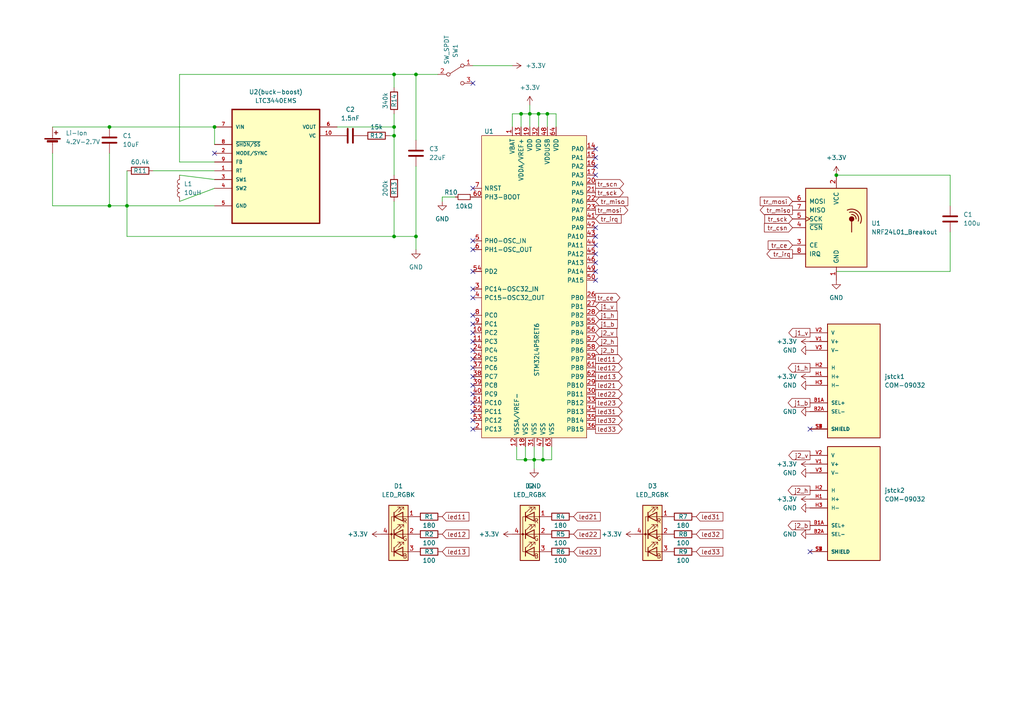
<source format=kicad_sch>
(kicad_sch (version 20211123) (generator eeschema)
  (paper "A4")
  (title_block (title "RC Helicopter Remote Control") (date "2022-12-28") (rev "${REVISION}") (company "Authors: A. Kotkov, I. Kajdan") (comment 1 "Reviewer: A. Bondyra"))
  (lib_symbols
    (symbol "COM-09032:COM-09032" (pin_names (offset 1.016))
      (property "Reference" "U" (at -7.62 16.002 0))
      (property "Value" "COM-09032" (at -7.62 -20.32 0))
      (symbol "COM-09032_0_0"
        (rectangle (start -7.62 -17.78) (end 7.62 15.24) (stroke (width 0.254)) (fill (type background)))
        (pin passive line (at -12.7 -7.62 0) (length 5.08) (name "SEL+") (number "B1A"))
        (pin passive line (at -12.7 -10.16 0) (length 5.08) (name "SEL-") (number "B2A"))
        (pin passive line (at -12.7 0 0) (length 5.08) (name "H+") (number "H1"))
        (pin passive line (at -12.7 2.54 0) (length 5.08) (name "H") (number "H2"))
        (pin passive line (at -12.7 -2.54 0) (length 5.08) (name "H-") (number "H3"))
        (pin passive line (at -12.7 -15.24 0) (length 5.08) (name "SHIELD") (number "S1"))
        (pin passive line (at -12.7 -15.24 0) (length 5.08) (name "SHIELD") (number "S2"))
        (pin passive line (at -12.7 -15.24 0) (length 5.08) (name "SHIELD") (number "S3"))
        (pin passive line (at -12.7 -15.24 0) (length 5.08) (name "SHIELD") (number "S4"))
        (pin passive line (at -12.7 10.16 0) (length 5.08) (name "V+") (number "V1"))
        (pin passive line (at -12.7 12.7 0) (length 5.08) (name "V") (number "V2"))
        (pin passive line (at -12.7 7.62 0) (length 5.08) (name "V-") (number "V3"))
      )
    )
    (symbol "Device:Battery_Cell" (pin_numbers hide) (pin_names (offset 0) hide)
      (property "Reference" "BT" (at 2.54 2.54 0))
      (property "Value" "Battery_Cell" (at 2.54 0 0))
      (symbol "Battery_Cell_0_1"
        (rectangle (start -2.286 1.778) (end 2.286 1.524) (fill (type outline)))
        (rectangle (start -1.5748 1.1938) (end 1.4732 0.6858) (fill (type outline)))
        (polyline (pts (xy 0 0.762) (xy 0 0)))
        (polyline (pts (xy 0 1.778) (xy 0 2.54)))
        (polyline (pts (xy 0.508 3.429) (xy 1.524 3.429)) (stroke (width 0.254)))
        (polyline (pts (xy 1.016 3.937) (xy 1.016 2.921)) (stroke (width 0.254)))
      )
      (symbol "Battery_Cell_1_1"
        (pin passive line (at 0 5.08 270) (length 2.54) (name "+") (number "1"))
        (pin passive line (at 0 -2.54 90) (length 2.54) (name "-") (number "2"))
      )
    )
    (symbol "Device:C" (pin_numbers hide) (pin_names (offset 0.254))
      (property "Reference" "C" (at 0.635 2.54 0))
      (property "Value" "C" (at 0.635 -2.54 0))
      (symbol "C_0_1"
        (polyline (pts (xy -2.032 -0.762) (xy 2.032 -0.762)) (stroke (width 0.508)))
        (polyline (pts (xy -2.032 0.762) (xy 2.032 0.762)) (stroke (width 0.508)))
      )
      (symbol "C_1_1"
        (pin passive line (at 0 3.81 270) (length 2.794) (name "~") (number "1"))
        (pin passive line (at 0 -3.81 90) (length 2.794) (name "~") (number "2"))
      )
    )
    (symbol "Device:L" (pin_numbers hide) (pin_names (offset 1.016) hide)
      (property "Reference" "L" (at -1.27 0 90))
      (property "Value" "L" (at 1.905 0 90))
      (symbol "L_0_1"
        (arc (start 0 -2.54) (mid 0.635 -1.905) (end 0 -1.27))
        (arc (start 0 -1.27) (mid 0.635 -0.635) (end 0 0))
        (arc (start 0 0) (mid 0.635 0.635) (end 0 1.27))
        (arc (start 0 1.27) (mid 0.635 1.905) (end 0 2.54))
      )
      (symbol "L_1_1"
        (pin passive line (at 0 3.81 270) (length 1.27) (name "1") (number "1"))
        (pin passive line (at 0 -3.81 90) (length 1.27) (name "2") (number "2"))
      )
    )
    (symbol "Device:LED_RGBK" (pin_names (offset 0) hide)
      (property "Reference" "D" (at 0 9.398 0))
      (property "Value" "LED_RGBK" (at 0 -8.89 0))
      (symbol "LED_RGBK_0_0"
        (text "B" (at 1.905 -6.35 0) (effects (font (size 1.27 1.27))))
        (text "G" (at 1.905 -1.27 0) (effects (font (size 1.27 1.27))))
        (text "R" (at 1.905 3.81 0) (effects (font (size 1.27 1.27))))
      )
      (symbol "LED_RGBK_0_1"
        (circle (center -2.032 0) (radius 0.254) (fill (type outline)))
        (polyline (pts (xy -1.27 -5.08) (xy 1.27 -5.08)))
        (polyline (pts (xy -1.27 -3.81) (xy -1.27 -6.35)) (stroke (width 0.254)))
        (polyline (pts (xy -1.27 0) (xy -2.54 0)))
        (polyline (pts (xy -1.27 1.27) (xy -1.27 -1.27)) (stroke (width 0.254)))
        (polyline (pts (xy -1.27 5.08) (xy 1.27 5.08)))
        (polyline (pts (xy -1.27 6.35) (xy -1.27 3.81)) (stroke (width 0.254)))
        (polyline (pts (xy 1.27 -5.08) (xy 2.54 -5.08)))
        (polyline (pts (xy 1.27 0) (xy -1.27 0)))
        (polyline (pts (xy 1.27 0) (xy 2.54 0)))
        (polyline (pts (xy 1.27 5.08) (xy 2.54 5.08)))
        (polyline (pts (xy -1.27 1.27) (xy -1.27 -1.27) (xy -1.27 -1.27)))
        (polyline (pts (xy -1.27 6.35) (xy -1.27 3.81) (xy -1.27 3.81)))
        (polyline (pts (xy -1.27 5.08) (xy -2.032 5.08) (xy -2.032 -5.08) (xy -1.016 -5.08)))
        (polyline (pts (xy 1.27 -3.81) (xy 1.27 -6.35) (xy -1.27 -5.08) (xy 1.27 -3.81)) (stroke (width 0.254)))
        (polyline (pts (xy 1.27 1.27) (xy 1.27 -1.27) (xy -1.27 0) (xy 1.27 1.27)) (stroke (width 0.254)))
        (polyline (pts (xy 1.27 6.35) (xy 1.27 3.81) (xy -1.27 5.08) (xy 1.27 6.35)) (stroke (width 0.254)))
        (polyline (pts (xy -1.016 -3.81) (xy 0.508 -2.286) (xy -0.254 -2.286) (xy 0.508 -2.286) (xy 0.508 -3.048)))
        (polyline (pts (xy -1.016 1.27) (xy 0.508 2.794) (xy -0.254 2.794) (xy 0.508 2.794) (xy 0.508 2.032)))
        (polyline (pts (xy -1.016 6.35) (xy 0.508 7.874) (xy -0.254 7.874) (xy 0.508 7.874) (xy 0.508 7.112)))
        (polyline (pts (xy 0 -3.81) (xy 1.524 -2.286) (xy 0.762 -2.286) (xy 1.524 -2.286) (xy 1.524 -3.048)))
        (polyline (pts (xy 0 1.27) (xy 1.524 2.794) (xy 0.762 2.794) (xy 1.524 2.794) (xy 1.524 2.032)))
        (polyline (pts (xy 0 6.35) (xy 1.524 7.874) (xy 0.762 7.874) (xy 1.524 7.874) (xy 1.524 7.112)))
        (rectangle (start 1.27 -1.27) (end 1.27 1.27))
        (rectangle (start 1.27 1.27) (end 1.27 1.27))
        (rectangle (start 1.27 3.81) (end 1.27 6.35))
        (rectangle (start 1.27 6.35) (end 1.27 6.35))
        (rectangle (start 2.794 8.382) (end -2.794 -7.62) (stroke (width 0.254)) (fill (type background)))
      )
      (symbol "LED_RGBK_1_1"
        (pin passive line (at 5.08 5.08 180) (length 2.54) (name "RA") (number "1"))
        (pin passive line (at 5.08 0 180) (length 2.54) (name "GA") (number "2"))
        (pin passive line (at 5.08 -5.08 180) (length 2.54) (name "BA") (number "3"))
        (pin passive line (at -5.08 0 0) (length 2.54) (name "K") (number "4"))
      )
    )
    (symbol "Device:R" (pin_numbers hide) (pin_names (offset 0))
      (property "Reference" "R" (at 2.032 0 90))
      (property "Value" "R" (at 0 0 90))
      (symbol "R_0_1"
        (rectangle (start -1.016 -2.54) (end 1.016 2.54) (stroke (width 0.254)))
      )
      (symbol "R_1_1"
        (pin passive line (at 0 3.81 270) (length 1.27) (name "~") (number "1"))
        (pin passive line (at 0 -3.81 90) (length 1.27) (name "~") (number "2"))
      )
    )
    (symbol "Device:R_Small" (pin_numbers hide) (pin_names (offset 0.254) hide)
      (property "Reference" "R" (at 0.762 0.508 0))
      (property "Value" "R_Small" (at 0.762 -1.016 0))
      (symbol "R_Small_0_1"
        (rectangle (start -0.762 1.778) (end 0.762 -1.778) (stroke (width 0.2032)))
      )
      (symbol "R_Small_1_1"
        (pin passive line (at 0 2.54 270) (length 0.762) (name "~") (number "1"))
        (pin passive line (at 0 -2.54 90) (length 0.762) (name "~") (number "2"))
      )
    )
    (symbol "LTC3440EMS:LTC3440EMS" (pin_names (offset 1.016))
      (property "Reference" "U" (at -4.7244 14.351 0))
      (property "Value" "LTC3440EMS" (at -4.8006 -23.4188 0))
      (symbol "LTC3440EMS_0_0"
        (rectangle (start -12.7 -20.32) (end 12.7 12.7) (stroke (width 0.4064)) (fill (type background)))
        (pin passive line (at -17.78 -5.08 0) (length 5.08) (name "RT") (number "1"))
        (pin output line (at 17.78 5.08 180) (length 5.08) (name "VC") (number "10"))
        (pin input line (at -17.78 0 0) (length 5.08) (name "MODE/SYNC") (number "2"))
        (pin passive line (at -17.78 -7.62 0) (length 5.08) (name "SW1") (number "3"))
        (pin passive line (at -17.78 -10.16 0) (length 5.08) (name "SW2") (number "4"))
        (pin passive line (at -17.78 -15.24 0) (length 5.08) (name "GND") (number "5"))
        (pin output line (at 17.78 7.62 180) (length 5.08) (name "VOUT") (number "6"))
        (pin power_in line (at -17.78 7.62 0) (length 5.08) (name "VIN") (number "7"))
        (pin input line (at -17.78 2.54 0) (length 5.08) (name "~{SHDN/SS}") (number "8"))
        (pin input line (at -17.78 -2.54 0) (length 5.08) (name "FB") (number "9"))
      )
    )
    (symbol "Local_Library:STM32L4P5RET6" (pin_names (offset 0.762))
      (property "Reference" "U" (at -13.97 43.18 0))
      (property "Value" "STM32L4P5RET6" (at 0 -20.32 90))
      (symbol "STM32L4P5RET6_0_0"
        (pin power_in line (at -6.35 44.45 270) (length 2.54) (name "VBAT") (number "1"))
        (pin bidirectional line (at -17.78 -15.24 0) (length 2.54) (name "PC2") (number "10"))
        (pin bidirectional line (at -17.78 -17.78 0) (length 2.54) (name "PC3") (number "11"))
        (pin power_in line (at -5.08 -48.26 90) (length 2.54) (name "VSSA/VREF-") (number "12"))
        (pin power_in line (at -3.81 44.45 270) (length 2.54) (name "VDDA/VREF+") (number "13"))
        (pin bidirectional line (at 17.78 38.1 180) (length 2.54) (name "PA0") (number "14"))
        (pin bidirectional line (at 17.78 35.56 180) (length 2.54) (name "PA1") (number "15"))
        (pin bidirectional line (at 17.78 33.02 180) (length 2.54) (name "PA2") (number "16"))
        (pin bidirectional line (at 17.78 30.48 180) (length 2.54) (name "PA3") (number "17"))
        (pin power_in line (at -2.54 -48.26 90) (length 2.54) (name "VSS") (number "18"))
        (pin power_in line (at -1.27 44.45 270) (length 2.54) (name "VDD") (number "19"))
        (pin bidirectional line (at -17.78 -43.18 0) (length 2.54) (name "PC13") (number "2"))
        (pin bidirectional line (at 17.78 27.94 180) (length 2.54) (name "PA4") (number "20"))
        (pin bidirectional line (at 17.78 25.4 180) (length 2.54) (name "PA5") (number "21"))
        (pin bidirectional line (at 17.78 22.86 180) (length 2.54) (name "PA6") (number "22"))
        (pin bidirectional line (at 17.78 20.32 180) (length 2.54) (name "PA7") (number "23"))
        (pin bidirectional line (at -17.78 -20.32 0) (length 2.54) (name "PC4") (number "24"))
        (pin bidirectional line (at -17.78 -22.86 0) (length 2.54) (name "PC5") (number "25"))
        (pin bidirectional line (at 17.78 -5.08 180) (length 2.54) (name "PB0") (number "26"))
        (pin bidirectional line (at 17.78 -7.62 180) (length 2.54) (name "PB1") (number "27"))
        (pin bidirectional line (at 17.78 -10.16 180) (length 2.54) (name "PB2") (number "28"))
        (pin bidirectional line (at 17.78 -30.48 180) (length 2.54) (name "PB10") (number "29"))
        (pin bidirectional line (at -17.78 -2.54 0) (length 2.54) (name "PC14-OSC32_IN") (number "3"))
        (pin bidirectional line (at 17.78 -33.02 180) (length 2.54) (name "PB11") (number "30"))
        (pin power_in line (at 0 -48.26 90) (length 2.54) (name "VSS") (number "31"))
        (pin power_in line (at 1.27 44.45 270) (length 2.54) (name "VDD") (number "32"))
        (pin bidirectional line (at 17.78 -35.56 180) (length 2.54) (name "PB12") (number "33"))
        (pin bidirectional line (at 17.78 -38.1 180) (length 2.54) (name "PB13") (number "34"))
        (pin bidirectional line (at 17.78 -40.64 180) (length 2.54) (name "PB14") (number "35"))
        (pin bidirectional line (at 17.78 -43.18 180) (length 2.54) (name "PB15") (number "36"))
        (pin bidirectional line (at -17.78 -25.4 0) (length 2.54) (name "PC6") (number "37"))
        (pin bidirectional line (at -17.78 -27.94 0) (length 2.54) (name "PC7") (number "38"))
        (pin bidirectional line (at -17.78 -30.48 0) (length 2.54) (name "PC8") (number "39"))
        (pin bidirectional line (at -17.78 -5.08 0) (length 2.54) (name "PC15-OSC32_OUT") (number "4"))
        (pin bidirectional line (at -17.78 -33.02 0) (length 2.54) (name "PC9") (number "40"))
        (pin bidirectional line (at 17.78 17.78 180) (length 2.54) (name "PA8") (number "41"))
        (pin bidirectional line (at 17.78 15.24 180) (length 2.54) (name "PA9") (number "42"))
        (pin bidirectional line (at 17.78 12.7 180) (length 2.54) (name "PA10") (number "43"))
        (pin bidirectional line (at 17.78 10.16 180) (length 2.54) (name "PA11") (number "44"))
        (pin bidirectional line (at 17.78 7.62 180) (length 2.54) (name "PA12") (number "45"))
        (pin bidirectional line (at 17.78 5.08 180) (length 2.54) (name "PA13") (number "46"))
        (pin power_in line (at 2.54 -48.26 90) (length 2.54) (name "VSS") (number "47"))
        (pin power_in line (at 3.81 44.45 270) (length 2.54) (name "VDDUSB") (number "48"))
        (pin bidirectional line (at 17.78 2.54 180) (length 2.54) (name "PA14") (number "49"))
        (pin input line (at -17.78 11.43 0) (length 2.54) (name "PH0-OSC_IN") (number "5"))
        (pin bidirectional line (at 17.78 0 180) (length 2.54) (name "PA15") (number "50"))
        (pin bidirectional line (at -17.78 -35.56 0) (length 2.54) (name "PC10") (number "51"))
        (pin bidirectional line (at -17.78 -38.1 0) (length 2.54) (name "PC11") (number "52"))
        (pin bidirectional line (at -17.78 -40.64 0) (length 2.54) (name "PC12") (number "53"))
        (pin bidirectional line (at -17.78 2.54 0) (length 2.54) (name "PD2") (number "54"))
        (pin bidirectional line (at 17.78 -12.7 180) (length 2.54) (name "PB3") (number "55"))
        (pin bidirectional line (at 17.78 -15.24 180) (length 2.54) (name "PB4") (number "56"))
        (pin bidirectional line (at 17.78 -17.78 180) (length 2.54) (name "PB5") (number "57"))
        (pin bidirectional line (at 17.78 -20.32 180) (length 2.54) (name "PB6") (number "58"))
        (pin bidirectional line (at 17.78 -22.86 180) (length 2.54) (name "PB7") (number "59"))
        (pin input line (at -17.78 8.89 0) (length 2.54) (name "PH1-OSC_OUT") (number "6"))
        (pin input line (at -17.78 24.13 0) (length 2.54) (name "PH3-BOOT") (number "60"))
        (pin bidirectional line (at 17.78 -25.4 180) (length 2.54) (name "PB8") (number "61"))
        (pin bidirectional line (at 17.78 -27.94 180) (length 2.54) (name "PB9") (number "62"))
        (pin power_in line (at 5.08 -48.26 90) (length 2.54) (name "VSS") (number "63"))
        (pin power_in line (at 6.35 44.45 270) (length 2.54) (name "VDD") (number "64"))
        (pin input line (at -17.78 26.67 0) (length 2.54) (name "NRST") (number "7"))
        (pin bidirectional line (at -17.78 -10.16 0) (length 2.54) (name "PC0") (number "8"))
        (pin bidirectional line (at -17.78 -12.7 0) (length 2.54) (name "PC1") (number "9"))
      )
      (symbol "STM32L4P5RET6_0_1"
        (rectangle (start 15.24 41.91) (end -15.24 -45.72) (fill (type background)))
      )
    )
    (symbol "RF:NRF24L01_Breakout" (pin_names (offset 1.016))
      (property "Reference" "U" (at -8.89 12.7 0))
      (property "Value" "NRF24L01_Breakout" (at 3.81 12.7 0))
      (symbol "NRF24L01_Breakout_0_1"
        (rectangle (start -8.89 11.43) (end 8.89 -11.43) (stroke (width 0.254)) (fill (type background)))
        (polyline (pts (xy 4.445 1.905) (xy 4.445 -1.27)) (stroke (width 0.254)))
        (circle (center 4.445 2.54) (radius 0.635) (stroke (width 0.254)) (fill (type outline)))
        (arc (start 5.715 2.54) (mid 5.3521 3.4546) (end 4.445 3.81) (stroke (width 0.254)))
        (arc (start 6.35 1.905) (mid 5.8763 3.9854) (end 3.81 4.445) (stroke (width 0.254)))
        (arc (start 6.985 1.27) (mid 6.453 4.548) (end 3.175 5.08) (stroke (width 0.254)))
      )
      (symbol "NRF24L01_Breakout_1_1"
        (pin power_in line (at 0 -15.24 90) (length 3.81) (name "GND") (number "1"))
        (pin power_in line (at 0 15.24 270) (length 3.81) (name "VCC") (number "2"))
        (pin input line (at -12.7 -5.08 0) (length 3.81) (name "CE") (number "3"))
        (pin input line (at -12.7 0 0) (length 3.81) (name "~{CSN}") (number "4"))
        (pin input clock (at -12.7 2.54 0) (length 3.81) (name "SCK") (number "5"))
        (pin input line (at -12.7 7.62 0) (length 3.81) (name "MOSI") (number "6"))
        (pin output line (at -12.7 5.08 0) (length 3.81) (name "MISO") (number "7"))
        (pin output line (at -12.7 -7.62 0) (length 3.81) (name "IRQ") (number "8"))
      )
    )
    (symbol "Switch:SW_SPDT" (pin_names (offset 0) hide)
      (property "Reference" "SW" (at 0 4.318 0))
      (property "Value" "SW_SPDT" (at 0 -5.08 0))
      (symbol "SW_SPDT_0_0"
        (circle (center -2.032 0) (radius 0.508))
        (circle (center 2.032 -2.54) (radius 0.508))
      )
      (symbol "SW_SPDT_0_1"
        (polyline (pts (xy -1.524 0.254) (xy 1.651 2.286)))
        (circle (center 2.032 2.54) (radius 0.508))
      )
      (symbol "SW_SPDT_1_1"
        (pin passive line (at 5.08 2.54 180) (length 2.54) (name "A") (number "1"))
        (pin passive line (at -5.08 0 0) (length 2.54) (name "B") (number "2"))
        (pin passive line (at 5.08 -2.54 180) (length 2.54) (name "C") (number "3"))
      )
    )
    (symbol "power:+3.3V" (power) (pin_names (offset 0))
      (property "Value" "+3.3V" (at 0 3.556 0))
      (symbol "+3.3V_0_1"
        (polyline (pts (xy -0.762 1.27) (xy 0 2.54)))
        (polyline (pts (xy 0 0) (xy 0 2.54)))
        (polyline (pts (xy 0 2.54) (xy 0.762 1.27)))
      )
      (symbol "+3.3V_1_1"
        (pin power_in line (at 0 0 90) (length 0) hide (name "+3.3V") (number "1"))
      )
    )
    (symbol "power:GND" (power) (pin_names (offset 0))
      (property "Value" "GND" (at 0 -3.81 0))
      (symbol "GND_0_1"
        (polyline (pts (xy 0 0) (xy 0 -1.27) (xy 1.27 -1.27) (xy 0 -2.54) (xy -1.27 -1.27) (xy 0 -1.27)))
      )
      (symbol "GND_1_1"
        (pin power_in line (at 0 0 270) (length 0) hide (name "GND") (number "1"))
      )
    )
  )
  (junction (at 120.65 68.58))
  (junction (at 156.21 33.02))
  (junction (at 31.75 59.69))
  (junction (at 120.65 21.59))
  (junction (at 31.75 36.83))
  (junction (at 36.83 59.69))
  (junction (at 242.57 50.8))
  (junction (at 158.75 33.02))
  (junction (at 114.3 39.37))
  (junction (at 152.4 133.35))
  (junction (at 154.94 133.35))
  (junction (at 153.67 33.02))
  (junction (at 151.13 33.02))
  (junction (at 157.48 133.35))
  (junction (at 114.3 21.59))
  (junction (at 114.3 36.83))
  (junction (at 114.3 68.58))
  (junction (at 62.23 36.83))
  (no_connect (at 234.95 160.02))
  (no_connect (at 172.72 66.04))
  (no_connect (at 172.72 68.58))
  (no_connect (at 172.72 71.12))
  (no_connect (at 172.72 73.66))
  (no_connect (at 172.72 76.2))
  (no_connect (at 172.72 78.74))
  (no_connect (at 172.72 81.28))
  (no_connect (at 172.72 50.8))
  (no_connect (at 172.72 48.26))
  (no_connect (at 172.72 45.72))
  (no_connect (at 172.72 43.18))
  (no_connect (at 137.16 86.36))
  (no_connect (at 137.16 91.44))
  (no_connect (at 137.16 93.98))
  (no_connect (at 137.16 96.52))
  (no_connect (at 137.16 99.06))
  (no_connect (at 137.16 101.6))
  (no_connect (at 137.16 104.14))
  (no_connect (at 137.16 106.68))
  (no_connect (at 137.16 109.22))
  (no_connect (at 137.16 111.76))
  (no_connect (at 137.16 114.3))
  (no_connect (at 137.16 116.84))
  (no_connect (at 137.16 119.38))
  (no_connect (at 137.16 121.92))
  (no_connect (at 137.16 124.46))
  (no_connect (at 137.16 78.74))
  (no_connect (at 137.16 83.82))
  (no_connect (at 137.16 24.13))
  (no_connect (at 137.16 54.61))
  (no_connect (at 137.16 69.85))
  (no_connect (at 137.16 72.39))
  (no_connect (at 62.23 44.45))
  (no_connect (at 234.95 124.46))
  (wire (pts (xy 160.02 133.35) (xy 160.02 129.54)))
  (wire (pts (xy 137.16 19.05) (xy 148.59 19.05)))
  (wire (pts (xy 36.83 68.58) (xy 36.83 59.69)))
  (wire (pts (xy 62.23 41.91) (xy 62.23 36.83)))
  (wire (pts (xy 120.65 48.26) (xy 120.65 68.58)))
  (wire (pts (xy 161.29 33.02) (xy 158.75 33.02)))
  (wire (pts (xy 149.86 129.54) (xy 149.86 133.35)))
  (wire (pts (xy 44.45 49.53) (xy 62.23 49.53)))
  (wire (pts (xy 151.13 33.02) (xy 151.13 36.83)))
  (wire (pts (xy 275.59 50.8) (xy 275.59 59.69)))
  (wire (pts (xy 157.48 133.35) (xy 154.94 133.35)))
  (wire (pts (xy 113.03 39.37) (xy 114.3 39.37)))
  (wire (pts (xy 156.21 33.02) (xy 153.67 33.02)))
  (wire (pts (xy 154.94 135.89) (xy 154.94 133.35)))
  (wire (pts (xy 152.4 133.35) (xy 154.94 133.35)))
  (wire (pts (xy 158.75 36.83) (xy 158.75 33.02)))
  (wire (pts (xy 114.3 21.59) (xy 120.65 21.59)))
  (wire (pts (xy 242.57 50.8) (xy 275.59 50.8)))
  (wire (pts (xy 275.59 67.31) (xy 275.59 78.74)))
  (wire (pts (xy 128.27 58.42) (xy 128.27 57.15)))
  (wire (pts (xy 62.23 46.99) (xy 52.07 46.99)))
  (wire (pts (xy 158.75 33.02) (xy 156.21 33.02)))
  (wire (pts (xy 120.65 21.59) (xy 120.65 40.64)))
  (wire (pts (xy 36.83 49.53) (xy 36.83 59.69)))
  (wire (pts (xy 153.67 33.02) (xy 151.13 33.02)))
  (wire (pts (xy 114.3 39.37) (xy 114.3 50.8)))
  (wire (pts (xy 31.75 36.83) (xy 62.23 36.83)))
  (wire (pts (xy 153.67 36.83) (xy 153.67 33.02)))
  (wire (pts (xy 120.65 68.58) (xy 120.65 72.39)))
  (wire (pts (xy 31.75 59.69) (xy 36.83 59.69)))
  (wire (pts (xy 114.3 39.37) (xy 114.3 36.83)))
  (wire (pts (xy 148.59 33.02) (xy 151.13 33.02)))
  (wire (pts (xy 128.27 57.15) (xy 132.08 57.15)))
  (wire (pts (xy 120.65 68.58) (xy 114.3 68.58)))
  (wire (pts (xy 156.21 36.83) (xy 156.21 33.02)))
  (wire (pts (xy 62.23 59.69) (xy 36.83 59.69)))
  (wire (pts (xy 52.07 21.59) (xy 114.3 21.59)))
  (wire (pts (xy 15.24 44.45) (xy 15.24 59.69)))
  (wire (pts (xy 31.75 44.45) (xy 31.75 59.69)))
  (wire (pts (xy 15.24 59.69) (xy 31.75 59.69)))
  (wire (pts (xy 97.79 36.83) (xy 114.3 36.83)))
  (wire (pts (xy 114.3 36.83) (xy 114.3 33.02)))
  (wire (pts (xy 153.67 30.48) (xy 153.67 33.02)))
  (wire (pts (xy 114.3 58.42) (xy 114.3 68.58)))
  (wire (pts (xy 157.48 133.35) (xy 160.02 133.35)))
  (wire (pts (xy 157.48 133.35) (xy 157.48 129.54)))
  (wire (pts (xy 154.94 133.35) (xy 154.94 129.54)))
  (wire (pts (xy 52.07 46.99) (xy 52.07 21.59)))
  (wire (pts (xy 242.57 78.74) (xy 275.59 78.74)))
  (wire (pts (xy 127 21.59) (xy 120.65 21.59)))
  (wire (pts (xy 161.29 36.83) (xy 161.29 33.02)))
  (wire (pts (xy 114.3 21.59) (xy 114.3 25.4)))
  (wire (pts (xy 62.23 52.07) (xy 52.07 50.8)))
  (wire (pts (xy 62.23 54.61) (xy 52.07 58.42)))
  (wire (pts (xy 148.59 36.83) (xy 148.59 33.02)))
  (wire (pts (xy 149.86 133.35) (xy 152.4 133.35)))
  (wire (pts (xy 114.3 68.58) (xy 36.83 68.58)))
  (wire (pts (xy 152.4 133.35) (xy 152.4 129.54)))
  (wire (pts (xy 15.24 36.83) (xy 31.75 36.83)))
  (global_label "led32" (shape input) (at 201.93 154.94 0) (property "Intersheet References" "${INTERSHEET_REFS}" (effects hide)))
  (global_label "led31" (shape output) (at 172.72 119.38 0) (property "Intersheet References" "${INTERSHEET_REFS}" (effects hide)))
  (global_label "led11" (shape input) (at 128.27 149.86 0) (property "Intersheet References" "${INTERSHEET_REFS}" (effects hide)))
  (global_label "led23" (shape output) (at 172.72 116.84 0) (property "Intersheet References" "${INTERSHEET_REFS}" (effects hide)))
  (global_label "led11" (shape output) (at 172.72 104.14 0) (property "Intersheet References" "${INTERSHEET_REFS}" (effects hide)))
  (global_label "led23" (shape input) (at 166.37 160.02 0) (property "Intersheet References" "${INTERSHEET_REFS}" (effects hide)))
  (global_label "tr_sck" (shape input) (at 229.87 63.5 180) (property "Intersheet References" "${INTERSHEET_REFS}" (effects hide)))
  (global_label "j2_b" (shape input) (at 172.72 101.6 0) (property "Intersheet References" "${INTERSHEET_REFS}" (effects hide)))
  (global_label "led33" (shape input) (at 201.93 160.02 0) (property "Intersheet References" "${INTERSHEET_REFS}" (effects hide)))
  (global_label "tr_sck" (shape output) (at 172.72 55.88 0) (property "Intersheet References" "${INTERSHEET_REFS}" (effects hide)))
  (global_label "tr_csn" (shape input) (at 229.87 66.04 180) (property "Intersheet References" "${INTERSHEET_REFS}" (effects hide)))
  (global_label "j1_b" (shape output) (at 234.95 116.84 180) (property "Intersheet References" "${INTERSHEET_REFS}" (effects hide)))
  (global_label "tr_irq" (shape input) (at 172.72 63.5 0) (property "Intersheet References" "${INTERSHEET_REFS}" (effects hide)))
  (global_label "led31" (shape input) (at 201.93 149.86 0) (property "Intersheet References" "${INTERSHEET_REFS}" (effects hide)))
  (global_label "j2_b" (shape output) (at 234.95 152.4 180) (property "Intersheet References" "${INTERSHEET_REFS}" (effects hide)))
  (global_label "led21" (shape input) (at 166.37 149.86 0) (property "Intersheet References" "${INTERSHEET_REFS}" (effects hide)))
  (global_label "tr_ce" (shape output) (at 172.72 86.36 0) (property "Intersheet References" "${INTERSHEET_REFS}" (effects hide)))
  (global_label "j1_v" (shape input) (at 172.72 88.9 0) (property "Intersheet References" "${INTERSHEET_REFS}" (effects hide)))
  (global_label "tr_scn" (shape output) (at 172.72 53.34 0) (property "Intersheet References" "${INTERSHEET_REFS}" (effects hide)))
  (global_label "j1_v" (shape output) (at 234.95 96.52 180) (property "Intersheet References" "${INTERSHEET_REFS}" (effects hide)))
  (global_label "led13" (shape input) (at 128.27 160.02 0) (property "Intersheet References" "${INTERSHEET_REFS}" (effects hide)))
  (global_label "j2_h" (shape output) (at 234.95 142.24 180) (property "Intersheet References" "${INTERSHEET_REFS}" (effects hide)))
  (global_label "tr_miso" (shape output) (at 229.87 60.96 180) (property "Intersheet References" "${INTERSHEET_REFS}" (effects hide)))
  (global_label "tr_miso" (shape input) (at 172.72 58.42 0) (property "Intersheet References" "${INTERSHEET_REFS}" (effects hide)))
  (global_label "led22" (shape output) (at 172.72 114.3 0) (property "Intersheet References" "${INTERSHEET_REFS}" (effects hide)))
  (global_label "led12" (shape input) (at 128.27 154.94 0) (property "Intersheet References" "${INTERSHEET_REFS}" (effects hide)))
  (global_label "led32" (shape output) (at 172.72 121.92 0) (property "Intersheet References" "${INTERSHEET_REFS}" (effects hide)))
  (global_label "j2_v" (shape output) (at 234.95 132.08 180) (property "Intersheet References" "${INTERSHEET_REFS}" (effects hide)))
  (global_label "j1_h" (shape output) (at 234.95 106.68 180) (property "Intersheet References" "${INTERSHEET_REFS}" (effects hide)))
  (global_label "tr_mosi" (shape output) (at 172.72 60.96 0) (property "Intersheet References" "${INTERSHEET_REFS}" (effects hide)))
  (global_label "led21" (shape output) (at 172.72 111.76 0) (property "Intersheet References" "${INTERSHEET_REFS}" (effects hide)))
  (global_label "tr_irq" (shape output) (at 229.87 73.66 180) (property "Intersheet References" "${INTERSHEET_REFS}" (effects hide)))
  (global_label "j1_h" (shape input) (at 172.72 91.44 0) (property "Intersheet References" "${INTERSHEET_REFS}" (effects hide)))
  (global_label "led22" (shape input) (at 166.37 154.94 0) (property "Intersheet References" "${INTERSHEET_REFS}" (effects hide)))
  (global_label "led12" (shape output) (at 172.72 106.68 0) (property "Intersheet References" "${INTERSHEET_REFS}" (effects hide)))
  (global_label "led13" (shape output) (at 172.72 109.22 0) (property "Intersheet References" "${INTERSHEET_REFS}" (effects hide)))
  (global_label "j2_v" (shape input) (at 172.72 96.52 0) (property "Intersheet References" "${INTERSHEET_REFS}" (effects hide)))
  (global_label "j1_b" (shape input) (at 172.72 93.98 0) (property "Intersheet References" "${INTERSHEET_REFS}" (effects hide)))
  (global_label "led33" (shape output) (at 172.72 124.46 0) (property "Intersheet References" "${INTERSHEET_REFS}" (effects hide)))
  (global_label "j2_h" (shape input) (at 172.72 99.06 0) (property "Intersheet References" "${INTERSHEET_REFS}" (effects hide)))
  (global_label "tr_mosi" (shape input) (at 229.87 58.42 180) (property "Intersheet References" "${INTERSHEET_REFS}" (effects hide)))
  (global_label "tr_ce" (shape input) (at 229.87 71.12 180) (property "Intersheet References" "${INTERSHEET_REFS}" (effects hide)))
  (symbol (lib_id "power:GND") (at 234.95 137.16 270) (unit 1)
    (property "Reference" "#PWR0101" (effects hide))
    (property "Value" "GND" (at 231.14 137.1599 90) (effects (justify right)))
  )
  (symbol (lib_id "power:+3.3V") (at 148.59 154.94 90) (unit 1)
    (property "Reference" "#PWR0117" (effects hide))
    (property "Value" "+3.3V" (at 144.78 154.9399 90) (effects (justify left)))
  )
  (symbol (lib_id "RF:NRF24L01_Breakout") (at 242.57 66.04 0) (unit 1)
    (property "Reference" "U1" (at 252.73 64.7699 0) (effects (justify left)))
    (property "Value" "NRF24L01_Breakout" (at 252.73 67.3099 0) (effects (justify left)))
    (property "Footprint" "RF_Module:nRF24L01_Breakout" (effects hide))
    (property "Datasheet" "http://www.nordicsemi.com/eng/content/download/2730/34105/file/nRF24L01_Product_Specification_v2_0.pdf" (effects hide))
  )
  (symbol (lib_id "power:+3.3V") (at 242.57 50.8 0) (unit 1)
    (property "Reference" "#PWR0106" (effects hide))
    (property "Value" "+3.3V" (at 242.57 45.72 0))
  )
  (symbol (lib_id "Device:LED_RGBK") (at 153.67 154.94 0) (unit 1)
    (property "Reference" "D2" (at 153.67 140.97 0))
    (property "Value" "LED_RGBK" (at 153.67 143.51 0))
    (property "Footprint" "LED_SMD:LED_Avago_PLCC4_3.2x2.8mm_CW" (effects hide))
  )
  (symbol (lib_id "power:+3.3V") (at 234.95 144.78 90) (unit 1)
    (property "Reference" "#PWR0102" (effects hide))
    (property "Value" "+3.3V" (at 231.14 144.7799 90) (effects (justify left)))
  )
  (symbol (lib_id "Device:L") (at 52.07 54.61 180) (unit 1)
    (property "Reference" "L1" (at 53.34 53.3399 0) (effects (justify right)))
    (property "Value" "10uH" (at 53.34 55.8799 0) (effects (justify right)))
    (property "Footprint" "Inductor_SMD:L_6.3x6.3_H3" (effects hide))
  )
  (symbol (lib_id "power:GND") (at 234.95 119.38 270) (unit 1)
    (property "Reference" "#PWR0111" (effects hide))
    (property "Value" "GND" (at 231.14 119.3799 90) (effects (justify right)))
  )
  (symbol (lib_id "Device:R") (at 124.46 154.94 90) (unit 1)
    (property "Reference" "R2" (at 124.46 154.94 90))
    (property "Value" "100" (at 124.46 157.48 90))
    (property "Footprint" "Resistor_SMD:R_0201_0603Metric" (effects hide))
  )
  (symbol (lib_id "power:+3.3V") (at 148.59 19.05 270) (unit 1)
    (property "Reference" "#PWR?" (effects hide))
    (property "Value" "+3.3V" (at 152.4 19.0499 90) (effects (justify left)))
  )
  (symbol (lib_id "Device:R") (at 114.3 29.21 0) (unit 1)
    (property "Reference" "R14" (at 114.3 29.21 90))
    (property "Value" "340k" (at 111.76 29.21 90))
    (property "Footprint" "Resistor_SMD:R_0201_0603Metric" (effects hide))
  )
  (symbol (lib_id "LTC3440EMS:LTC3440EMS") (at 80.01 44.45 0) (unit 1)
    (property "Reference" "U2(buck-boost)" (at 80.01 26.67 0))
    (property "Value" "LTC3440EMS" (at 80.01 29.21 0))
    (property "Footprint" "models:SON50P300X300X80-11N-D" (effects hide))
    (property "MPN" "LTC3440EMS#PBF" (effects hide))
    (property "PACKAGE" "MSOP-10" (effects hide))
    (property "OC_NEWARK" "73K4393" (effects hide))
    (property "OC_FARNELL" "1273938" (effects hide))
    (property "SUPPLIER" "Linear Technology" (effects hide))
  )
  (symbol (lib_id "Device:R") (at 162.56 160.02 90) (unit 1)
    (property "Reference" "R6" (at 162.56 160.02 90))
    (property "Value" "100" (at 162.56 162.56 90))
    (property "Footprint" "Resistor_SMD:R_0201_0603Metric" (effects hide))
  )
  (symbol (lib_id "Device:R") (at 162.56 149.86 90) (unit 1)
    (property "Reference" "R4" (at 162.56 149.86 90))
    (property "Value" "180" (at 162.56 152.4 90))
    (property "Footprint" "Resistor_SMD:R_0201_0603Metric" (effects hide))
  )
  (symbol (lib_id "power:GND") (at 120.65 72.39 0) (unit 1)
    (property "Reference" "#PWR?" (effects hide))
    (property "Value" "GND" (at 120.65 77.47 0))
  )
  (symbol (lib_id "power:+3.3V") (at 110.49 154.94 90) (unit 1)
    (property "Reference" "#PWR0116" (effects hide))
    (property "Value" "+3.3V" (at 106.68 154.9399 90) (effects (justify left)))
  )
  (symbol (lib_id "power:GND") (at 242.57 81.28 0) (unit 1)
    (property "Reference" "#PWR0107" (effects hide))
    (property "Value" "GND" (at 242.57 86.36 0))
  )
  (symbol (lib_id "Device:R") (at 124.46 160.02 90) (unit 1)
    (property "Reference" "R3" (at 124.46 160.02 90))
    (property "Value" "100" (at 124.46 162.56 90))
    (property "Footprint" "Resistor_SMD:R_0201_0603Metric" (effects hide))
  )
  (symbol (lib_id "Local_Library:STM32L4P5RET6") (at 154.94 81.28 0) (unit 1)
    (property "Reference" "U1" (at 140.4494 38.1 0) (effects (justify left)))
    (property "Value" "STM32L4P5RET6" (at 155.6894 109.22 90) (effects (justify left)))
    (property "Footprint" "Package_QFP:LQFP-64_10x10mm_P0.5mm" (effects hide))
    (property "Datasheet" "https://www.st.com/resource/en/datasheet/stm32l4p5ve.pdf" (effects hide))
  )
  (symbol (lib_id "power:GND") (at 234.95 101.6 270) (unit 1)
    (property "Reference" "#PWR0109" (effects hide))
    (property "Value" "GND" (at 231.14 101.5999 90) (effects (justify right)))
  )
  (symbol (lib_id "power:GND") (at 154.94 135.89 0) (unit 1)
    (property "Reference" "#PWR0113" (effects hide))
    (property "Value" "GND" (at 154.94 140.97 0))
  )
  (symbol (lib_id "Device:C") (at 101.6 39.37 90) (unit 1)
    (property "Reference" "C2" (at 101.6 31.75 90))
    (property "Value" "1.5nF" (at 101.6 34.29 90))
    (property "Footprint" "Capacitor_THT:CP_Axial_L10.0mm_D4.5mm_P15.00mm_Horizontal" (effects hide))
  )
  (symbol (lib_id "power:+3.3V") (at 153.67 30.48 0) (unit 1)
    (property "Reference" "#PWR0115" (effects hide))
    (property "Value" "+3.3V" (at 153.67 25.4 0))
  )
  (symbol (lib_id "Device:C") (at 275.59 63.5 0) (unit 1)
    (property "Reference" "C1" (at 279.4 62.2299 0) (effects (justify left)))
    (property "Value" "100u" (at 279.4 64.7699 0) (effects (justify left)))
    (property "Footprint" "Capacitor_SMD:C_0201_0603Metric" (effects hide))
  )
  (symbol (lib_id "power:GND") (at 128.27 58.42 0) (unit 1)
    (property "Reference" "#PWR0114" (effects hide))
    (property "Value" "GND" (at 128.27 63.5 0))
  )
  (symbol (lib_id "Device:LED_RGBK") (at 189.23 154.94 0) (unit 1)
    (property "Reference" "D3" (at 189.23 140.97 0))
    (property "Value" "LED_RGBK" (at 189.23 143.51 0))
    (property "Footprint" "LED_SMD:LED_Avago_PLCC4_3.2x2.8mm_CW" (effects hide))
  )
  (symbol (lib_id "Device:R") (at 198.12 149.86 90) (unit 1)
    (property "Reference" "R7" (at 198.12 149.86 90))
    (property "Value" "180" (at 198.12 152.4 90))
    (property "Footprint" "Resistor_SMD:R_0201_0603Metric" (effects hide))
  )
  (symbol (lib_id "power:GND") (at 234.95 111.76 270) (unit 1)
    (property "Reference" "#PWR0112" (effects hide))
    (property "Value" "GND" (at 231.14 111.7599 90) (effects (justify right)))
  )
  (symbol (lib_id "Device:LED_RGBK") (at 115.57 154.94 0) (unit 1)
    (property "Reference" "D1" (at 115.57 140.97 0))
    (property "Value" "LED_RGBK" (at 115.57 143.51 0))
    (property "Footprint" "LED_SMD:LED_Avago_PLCC4_3.2x2.8mm_CW" (effects hide))
  )
  (symbol (lib_id "Device:R") (at 198.12 154.94 90) (unit 1)
    (property "Reference" "R8" (at 198.12 154.94 90))
    (property "Value" "100" (at 198.12 157.48 90))
    (property "Footprint" "Resistor_SMD:R_0201_0603Metric" (effects hide))
  )
  (symbol (lib_id "power:+3.3V") (at 234.95 99.06 90) (unit 1)
    (property "Reference" "#PWR0108" (effects hide))
    (property "Value" "+3.3V" (at 231.14 99.0599 90) (effects (justify left)))
  )
  (symbol (lib_id "Device:R") (at 162.56 154.94 90) (unit 1)
    (property "Reference" "R5" (at 162.56 154.94 90))
    (property "Value" "100" (at 162.56 157.48 90))
    (property "Footprint" "Resistor_SMD:R_0201_0603Metric" (effects hide))
  )
  (symbol (lib_id "COM-09032:COM-09032") (at 247.65 144.78 0) (unit 1)
    (property "Reference" "jstck2" (at 256.54 142.24 0) (effects (justify left)))
    (property "Value" "COM-09032" (at 256.54 144.78 0) (effects (justify left)))
    (property "Footprint" "models:XDCR_COM-09032" (effects hide))
    (property "MAXIMUM_PACKAGE_HEIGHT" "30.1mm" (effects hide))
    (property "MANUFACTURER" "SparkFun Electronics" (effects hide))
    (property "PARTREV" "N/A" (effects hide))
    (property "STANDARD" "Manufacturer Recommendations" (effects hide))
  )
  (symbol (lib_id "power:+3.3V") (at 184.15 154.94 90) (unit 1)
    (property "Reference" "#PWR0118" (effects hide))
    (property "Value" "+3.3V" (at 180.34 154.9399 90) (effects (justify left)))
  )
  (symbol (lib_id "power:+3.3V") (at 234.95 109.22 90) (unit 1)
    (property "Reference" "#PWR0110" (effects hide))
    (property "Value" "+3.3V" (at 231.14 109.2199 90) (effects (justify left)))
  )
  (symbol (lib_id "Switch:SW_SPDT") (at 132.08 21.59 0) (unit 1)
    (property "Reference" "SW1" (at 132.08 12.7 90) (effects (justify right)))
    (property "Value" "SW_SPDT" (at 129.54 10.16 90) (effects (justify right)))
    (property "Footprint" "Button_Switch_THT:SW_CuK_JS202011CQN_DPDT_Straight" (effects hide))
  )
  (symbol (lib_id "Device:R_Small") (at 134.62 57.15 90) (unit 1)
    (property "Reference" "R10" (at 130.81 55.7784 90))
    (property "Value" "10kΩ" (at 134.62 59.817 90))
    (property "Footprint" "Resistor_SMD:R_0603_1608Metric" (effects hide))
  )
  (symbol (lib_id "Device:R") (at 109.22 39.37 270) (unit 1)
    (property "Reference" "R12" (at 109.22 39.37 90))
    (property "Value" "15k" (at 109.22 36.83 90))
    (property "Footprint" "Resistor_SMD:R_0201_0603Metric" (effects hide))
  )
  (symbol (lib_id "COM-09032:COM-09032") (at 247.65 109.22 0) (unit 1)
    (property "Reference" "jstck1" (at 256.54 109.2199 0) (effects (justify left)))
    (property "Value" "COM-09032" (at 256.54 111.7599 0) (effects (justify left)))
    (property "Footprint" "models:XDCR_COM-09032" (effects hide))
    (property "MAXIMUM_PACKAGE_HEIGHT" "30.1mm" (effects hide))
    (property "MANUFACTURER" "SparkFun Electronics" (effects hide))
    (property "PARTREV" "N/A" (effects hide))
    (property "STANDARD" "Manufacturer Recommendations" (effects hide))
  )
  (symbol (lib_id "Device:R") (at 124.46 149.86 90) (unit 1)
    (property "Reference" "R1" (at 124.46 149.86 90))
    (property "Value" "180" (at 124.46 152.4 90))
    (property "Footprint" "Resistor_SMD:R_0201_0603Metric" (effects hide))
  )
  (symbol (lib_id "power:GND") (at 234.95 147.32 270) (unit 1)
    (property "Reference" "#PWR0103" (effects hide))
    (property "Value" "GND" (at 231.14 147.3199 90) (effects (justify right)))
  )
  (symbol (lib_id "power:GND") (at 234.95 154.94 270) (unit 1)
    (property "Reference" "#PWR0104" (effects hide))
    (property "Value" "GND" (at 231.14 154.9399 90) (effects (justify right)))
  )
  (symbol (lib_id "Device:Battery_Cell") (at 15.24 41.91 0) (unit 1)
    (property "Reference" "Li-Ion" (at 19.05 38.6079 0) (effects (justify left)))
    (property "Value" "4.2V-2.7V" (at 19.05 41.1479 0) (effects (justify left)))
  )
  (symbol (lib_id "Device:R") (at 114.3 54.61 0) (unit 1)
    (property "Reference" "R13" (at 114.3 54.61 90))
    (property "Value" "200k" (at 111.76 54.61 90))
    (property "Footprint" "Resistor_SMD:R_0201_0603Metric" (effects hide))
  )
  (symbol (lib_id "Device:R") (at 40.64 49.53 270) (unit 1)
    (property "Reference" "R11" (at 40.64 49.53 90))
    (property "Value" "60.4k" (at 40.64 46.99 90))
    (property "Footprint" "Resistor_SMD:R_0201_0603Metric" (effects hide))
  )
  (symbol (lib_id "Device:R") (at 198.12 160.02 90) (unit 1)
    (property "Reference" "R9" (at 198.12 160.02 90))
    (property "Value" "100" (at 198.12 162.56 90))
    (property "Footprint" "Resistor_SMD:R_0201_0603Metric" (effects hide))
  )
  (symbol (lib_id "Device:C") (at 31.75 40.64 0) (unit 1)
    (property "Reference" "C1" (at 35.56 39.3699 0) (effects (justify left)))
    (property "Value" "10uF" (at 35.56 41.9099 0) (effects (justify left)))
    (property "Footprint" "Capacitor_THT:CP_Axial_L10.0mm_D4.5mm_P15.00mm_Horizontal" (effects hide))
  )
  (symbol (lib_id "Device:C") (at 120.65 44.45 180) (unit 1)
    (property "Reference" "C3" (at 124.46 43.1799 0) (effects (justify right)))
    (property "Value" "22uF" (at 124.46 45.7199 0) (effects (justify right)))
    (property "Footprint" "Capacitor_THT:CP_Axial_L10.0mm_D4.5mm_P15.00mm_Horizontal" (effects hide))
  )
  (symbol (lib_id "power:+3.3V") (at 234.95 134.62 90) (unit 1)
    (property "Reference" "#PWR0105" (effects hide))
    (property "Value" "+3.3V" (at 231.14 134.6199 90) (effects (justify left)))
  )
)
</source>
